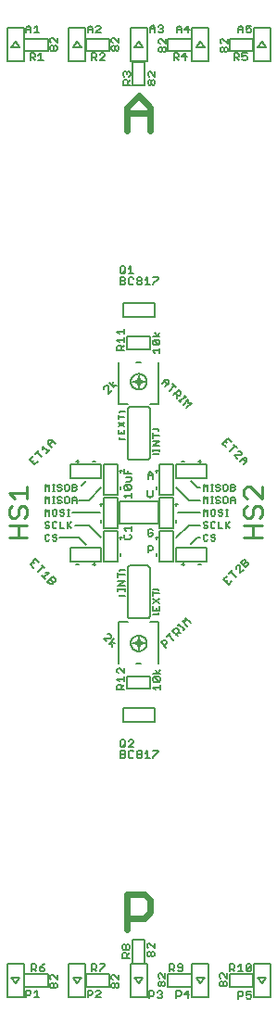
<source format=gto>
G75*
%MOIN*%
%OFA0B0*%
%FSLAX24Y24*%
%IPPOS*%
%LPD*%
%AMOC8*
5,1,8,0,0,1.08239X$1,22.5*
%
%ADD10C,0.0230*%
%ADD11C,0.0060*%
%ADD12C,0.0110*%
%ADD13C,0.0050*%
D10*
X004815Y003033D02*
X004815Y004304D01*
X005451Y004304D01*
X005663Y004093D01*
X005663Y003669D01*
X005451Y003457D01*
X004815Y003457D01*
X004815Y031773D02*
X004815Y032621D01*
X005239Y033045D01*
X005663Y032621D01*
X005663Y031773D01*
X005663Y032409D02*
X004815Y032409D01*
D11*
X004856Y033424D02*
X004856Y033554D01*
X004812Y033597D01*
X004726Y033597D01*
X004682Y033554D01*
X004682Y033424D01*
X004943Y033424D01*
X004856Y033511D02*
X004943Y033597D01*
X004899Y033719D02*
X004943Y033762D01*
X004943Y033849D01*
X004899Y033892D01*
X004856Y033892D01*
X004812Y033849D01*
X004812Y033805D01*
X004812Y033849D02*
X004769Y033892D01*
X004726Y033892D01*
X004682Y033849D01*
X004682Y033762D01*
X004726Y033719D01*
X004481Y034653D02*
X004437Y034653D01*
X004394Y034696D01*
X004394Y034783D01*
X004437Y034827D01*
X004481Y034827D01*
X004524Y034783D01*
X004524Y034696D01*
X004481Y034653D01*
X004394Y034696D02*
X004351Y034653D01*
X004307Y034653D01*
X004264Y034696D01*
X004264Y034783D01*
X004307Y034827D01*
X004351Y034827D01*
X004394Y034783D01*
X004307Y034948D02*
X004264Y034991D01*
X004264Y035078D01*
X004307Y035121D01*
X004351Y035121D01*
X004524Y034948D01*
X004524Y035121D01*
X003975Y034569D02*
X004019Y034525D01*
X004019Y034482D01*
X003845Y034309D01*
X004019Y034309D01*
X003975Y034569D02*
X003889Y034569D01*
X003845Y034525D01*
X003724Y034525D02*
X003724Y034439D01*
X003681Y034395D01*
X003551Y034395D01*
X003637Y034395D02*
X003724Y034309D01*
X003724Y034525D02*
X003681Y034569D01*
X003551Y034569D01*
X003551Y034309D01*
X003577Y035293D02*
X003577Y035466D01*
X003490Y035553D01*
X003403Y035466D01*
X003403Y035293D01*
X003403Y035423D02*
X003577Y035423D01*
X003698Y035510D02*
X003741Y035553D01*
X003828Y035553D01*
X003871Y035510D01*
X003871Y035466D01*
X003698Y035293D01*
X003871Y035293D01*
X002310Y035121D02*
X002310Y034948D01*
X002136Y035121D01*
X002093Y035121D01*
X002049Y035078D01*
X002049Y034991D01*
X002093Y034948D01*
X002093Y034827D02*
X002136Y034827D01*
X002179Y034783D01*
X002179Y034696D01*
X002136Y034653D01*
X002093Y034653D01*
X002049Y034696D01*
X002049Y034783D01*
X002093Y034827D01*
X002179Y034783D02*
X002223Y034827D01*
X002266Y034827D01*
X002310Y034783D01*
X002310Y034696D01*
X002266Y034653D01*
X002223Y034653D01*
X002179Y034696D01*
X001804Y034309D02*
X001631Y034309D01*
X001717Y034309D02*
X001717Y034569D01*
X001631Y034482D01*
X001510Y034439D02*
X001466Y034395D01*
X001336Y034395D01*
X001336Y034309D02*
X001336Y034569D01*
X001466Y034569D01*
X001510Y034525D01*
X001510Y034439D01*
X001423Y034395D02*
X001510Y034309D01*
X001483Y035293D02*
X001657Y035293D01*
X001570Y035293D02*
X001570Y035553D01*
X001483Y035466D01*
X001362Y035466D02*
X001362Y035293D01*
X001362Y035423D02*
X001188Y035423D01*
X001188Y035466D02*
X001275Y035553D01*
X001362Y035466D01*
X001188Y035466D02*
X001188Y035293D01*
X004461Y024552D02*
X004721Y024552D01*
X004721Y024638D02*
X004721Y024465D01*
X004721Y024344D02*
X004721Y024170D01*
X004721Y024257D02*
X004461Y024257D01*
X004548Y024170D01*
X004591Y024049D02*
X004634Y024006D01*
X004634Y023875D01*
X004721Y023875D02*
X004461Y023875D01*
X004461Y024006D01*
X004504Y024049D01*
X004591Y024049D01*
X004634Y023962D02*
X004721Y024049D01*
X004548Y024465D02*
X004461Y024552D01*
X004683Y025062D02*
X004683Y025582D01*
X005803Y025582D01*
X005803Y025062D01*
X004683Y025062D01*
X004714Y026238D02*
X004584Y026238D01*
X004584Y026498D01*
X004714Y026498D01*
X004758Y026455D01*
X004758Y026411D01*
X004714Y026368D01*
X004584Y026368D01*
X004714Y026368D02*
X004758Y026324D01*
X004758Y026281D01*
X004714Y026238D01*
X004714Y026631D02*
X004628Y026631D01*
X004584Y026675D01*
X004584Y026848D01*
X004628Y026892D01*
X004714Y026892D01*
X004758Y026848D01*
X004758Y026675D01*
X004714Y026631D01*
X004758Y026631D02*
X004671Y026718D01*
X004879Y026631D02*
X005052Y026631D01*
X004966Y026631D02*
X004966Y026892D01*
X004879Y026805D01*
X004922Y026498D02*
X004879Y026455D01*
X004879Y026281D01*
X004922Y026238D01*
X005009Y026238D01*
X005052Y026281D01*
X005052Y026455D02*
X005009Y026498D01*
X004922Y026498D01*
X005173Y026455D02*
X005173Y026411D01*
X005217Y026368D01*
X005304Y026368D01*
X005347Y026324D01*
X005347Y026281D01*
X005304Y026238D01*
X005217Y026238D01*
X005173Y026281D01*
X005173Y026324D01*
X005217Y026368D01*
X005304Y026368D02*
X005347Y026411D01*
X005347Y026455D01*
X005304Y026498D01*
X005217Y026498D01*
X005173Y026455D01*
X005468Y026411D02*
X005555Y026498D01*
X005555Y026238D01*
X005468Y026238D02*
X005642Y026238D01*
X005763Y026238D02*
X005763Y026281D01*
X005936Y026455D01*
X005936Y026498D01*
X005763Y026498D01*
X005827Y024496D02*
X005914Y024366D01*
X006001Y024496D01*
X006001Y024366D02*
X005740Y024366D01*
X005784Y024245D02*
X005957Y024072D01*
X006001Y024115D01*
X006001Y024202D01*
X005957Y024245D01*
X005784Y024245D01*
X005740Y024202D01*
X005740Y024115D01*
X005784Y024072D01*
X005957Y024072D01*
X006001Y023951D02*
X006001Y023777D01*
X006001Y023864D02*
X005740Y023864D01*
X005827Y023777D01*
X005952Y023452D02*
X005952Y021956D01*
X005637Y021956D01*
X005543Y021843D02*
X004943Y021843D01*
X004926Y021841D01*
X004909Y021837D01*
X004893Y021830D01*
X004879Y021820D01*
X004866Y021807D01*
X004856Y021793D01*
X004849Y021777D01*
X004845Y021760D01*
X004843Y021743D01*
X004843Y020043D01*
X004845Y020026D01*
X004849Y020009D01*
X004856Y019993D01*
X004866Y019979D01*
X004879Y019966D01*
X004893Y019956D01*
X004909Y019949D01*
X004926Y019945D01*
X004943Y019943D01*
X005543Y019943D01*
X005560Y019945D01*
X005577Y019949D01*
X005593Y019956D01*
X005607Y019966D01*
X005620Y019979D01*
X005630Y019993D01*
X005637Y020009D01*
X005641Y020026D01*
X005643Y020043D01*
X005643Y021743D01*
X005641Y021760D01*
X005637Y021777D01*
X005630Y021793D01*
X005620Y021807D01*
X005607Y021820D01*
X005593Y021830D01*
X005577Y021837D01*
X005560Y021841D01*
X005543Y021843D01*
X005243Y022507D02*
X005282Y022704D01*
X005479Y022743D01*
X005282Y022782D01*
X005243Y022979D01*
X005204Y022782D01*
X005007Y022743D01*
X005204Y022704D01*
X005243Y022507D01*
X004959Y022743D02*
X004961Y022777D01*
X004967Y022810D01*
X004977Y022842D01*
X004990Y022873D01*
X005007Y022902D01*
X005028Y022928D01*
X005051Y022953D01*
X005077Y022974D01*
X005106Y022992D01*
X005136Y023006D01*
X005168Y023017D01*
X005201Y023024D01*
X005235Y023027D01*
X005268Y023026D01*
X005301Y023021D01*
X005334Y023012D01*
X005365Y022999D01*
X005395Y022983D01*
X005422Y022964D01*
X005447Y022941D01*
X005469Y022915D01*
X005488Y022887D01*
X005503Y022857D01*
X005515Y022826D01*
X005523Y022793D01*
X005527Y022760D01*
X005527Y022726D01*
X005523Y022693D01*
X005515Y022660D01*
X005503Y022629D01*
X005488Y022599D01*
X005469Y022571D01*
X005447Y022545D01*
X005422Y022522D01*
X005395Y022503D01*
X005365Y022487D01*
X005334Y022474D01*
X005301Y022465D01*
X005268Y022460D01*
X005235Y022459D01*
X005201Y022462D01*
X005168Y022469D01*
X005136Y022480D01*
X005106Y022494D01*
X005077Y022512D01*
X005051Y022533D01*
X005028Y022558D01*
X005007Y022584D01*
X004990Y022613D01*
X004977Y022644D01*
X004967Y022676D01*
X004961Y022709D01*
X004959Y022743D01*
X005164Y023452D02*
X005322Y023452D01*
X004849Y021956D02*
X004534Y021956D01*
X004534Y023452D01*
X004329Y022748D02*
X004298Y022594D01*
X004452Y022625D01*
X004360Y022533D02*
X004176Y022717D01*
X004121Y022601D02*
X004059Y022601D01*
X003998Y022539D01*
X003998Y022478D01*
X004121Y022601D02*
X004151Y022570D01*
X004151Y022325D01*
X004274Y022447D01*
X004543Y021688D02*
X004543Y021638D01*
X004543Y021688D02*
X004743Y021688D01*
X004733Y021475D02*
X004503Y021475D01*
X004503Y021398D02*
X004503Y021552D01*
X004503Y021285D02*
X004733Y021131D01*
X004733Y021018D02*
X004733Y020864D01*
X004503Y020864D01*
X004503Y021018D01*
X004503Y021131D02*
X004733Y021285D01*
X004618Y020941D02*
X004618Y020864D01*
X004543Y020738D02*
X004543Y020688D01*
X004743Y020688D01*
X004493Y019788D02*
X003993Y019788D01*
X003993Y018688D01*
X004493Y018688D01*
X004493Y019788D01*
X004593Y019588D02*
X004593Y019488D01*
X004643Y019538D02*
X004543Y019538D01*
X004708Y019618D02*
X004708Y019444D01*
X004968Y019444D01*
X004968Y019323D02*
X004794Y019323D01*
X004838Y019444D02*
X004838Y019531D01*
X004968Y019193D02*
X004924Y019150D01*
X004794Y019150D01*
X004751Y019029D02*
X004708Y018985D01*
X004708Y018899D01*
X004751Y018855D01*
X004924Y018855D01*
X004751Y019029D01*
X004924Y019029D01*
X004968Y018985D01*
X004968Y018899D01*
X004924Y018855D01*
X004968Y018734D02*
X004968Y018561D01*
X004968Y018647D02*
X004708Y018647D01*
X004794Y018561D01*
X004593Y018888D02*
X004593Y018988D01*
X004493Y018588D02*
X003993Y018588D01*
X003993Y017488D01*
X004493Y017488D01*
X004493Y018588D01*
X004708Y017466D02*
X004968Y017466D01*
X004968Y017552D02*
X004968Y017379D01*
X004924Y017258D02*
X004968Y017214D01*
X004968Y017128D01*
X004924Y017084D01*
X004751Y017084D01*
X004708Y017128D01*
X004708Y017214D01*
X004751Y017258D01*
X004794Y017379D02*
X004708Y017466D01*
X004593Y017188D02*
X004593Y017088D01*
X004643Y017138D02*
X004543Y017138D01*
X004493Y017388D02*
X003993Y017388D01*
X003993Y016288D01*
X004493Y016288D01*
X004493Y017388D01*
X004593Y016588D02*
X004593Y016488D01*
X004543Y015988D02*
X004743Y015988D01*
X004843Y016034D02*
X004843Y014334D01*
X004845Y014317D01*
X004849Y014300D01*
X004856Y014284D01*
X004866Y014270D01*
X004879Y014257D01*
X004893Y014247D01*
X004909Y014240D01*
X004926Y014236D01*
X004943Y014234D01*
X005543Y014234D01*
X005560Y014236D01*
X005577Y014240D01*
X005593Y014247D01*
X005607Y014257D01*
X005620Y014270D01*
X005630Y014284D01*
X005637Y014300D01*
X005641Y014317D01*
X005643Y014334D01*
X005643Y016034D01*
X005641Y016051D01*
X005637Y016068D01*
X005630Y016084D01*
X005620Y016098D01*
X005607Y016111D01*
X005593Y016121D01*
X005577Y016128D01*
X005560Y016132D01*
X005543Y016134D01*
X004943Y016134D01*
X004926Y016132D01*
X004909Y016128D01*
X004893Y016121D01*
X004879Y016111D01*
X004866Y016098D01*
X004856Y016084D01*
X004849Y016068D01*
X004845Y016051D01*
X004843Y016034D01*
X004748Y015799D02*
X004488Y015799D01*
X004488Y015713D02*
X004488Y015886D01*
X004543Y015938D02*
X004543Y015988D01*
X004488Y015591D02*
X004748Y015591D01*
X004488Y015418D01*
X004748Y015418D01*
X004748Y015308D02*
X004748Y015222D01*
X004748Y015265D02*
X004488Y015265D01*
X004488Y015222D02*
X004488Y015308D01*
X004543Y015088D02*
X004543Y015038D01*
X004743Y015038D01*
X004849Y014121D02*
X004534Y014121D01*
X004534Y012625D01*
X004548Y012434D02*
X004504Y012434D01*
X004461Y012390D01*
X004461Y012303D01*
X004504Y012260D01*
X004548Y012434D02*
X004721Y012260D01*
X004721Y012434D01*
X004721Y012139D02*
X004721Y011965D01*
X004721Y012052D02*
X004461Y012052D01*
X004548Y011965D01*
X004504Y011844D02*
X004591Y011844D01*
X004634Y011801D01*
X004634Y011671D01*
X004634Y011757D02*
X004721Y011844D01*
X004721Y011671D02*
X004461Y011671D01*
X004461Y011801D01*
X004504Y011844D01*
X004683Y011015D02*
X005803Y011015D01*
X005803Y010495D01*
X004683Y010495D01*
X004683Y011015D01*
X004714Y009864D02*
X004628Y009864D01*
X004584Y009821D01*
X004584Y009647D01*
X004628Y009604D01*
X004714Y009604D01*
X004758Y009647D01*
X004758Y009821D01*
X004714Y009864D01*
X004671Y009691D02*
X004758Y009604D01*
X004879Y009604D02*
X005052Y009777D01*
X005052Y009821D01*
X005009Y009864D01*
X004922Y009864D01*
X004879Y009821D01*
X004879Y009604D02*
X005052Y009604D01*
X005009Y009470D02*
X004922Y009470D01*
X004879Y009427D01*
X004879Y009253D01*
X004922Y009210D01*
X005009Y009210D01*
X005052Y009253D01*
X005052Y009427D02*
X005009Y009470D01*
X005173Y009427D02*
X005173Y009384D01*
X005217Y009340D01*
X005304Y009340D01*
X005347Y009297D01*
X005347Y009253D01*
X005304Y009210D01*
X005217Y009210D01*
X005173Y009253D01*
X005173Y009297D01*
X005217Y009340D01*
X005304Y009340D02*
X005347Y009384D01*
X005347Y009427D01*
X005304Y009470D01*
X005217Y009470D01*
X005173Y009427D01*
X005468Y009384D02*
X005555Y009470D01*
X005555Y009210D01*
X005468Y009210D02*
X005642Y009210D01*
X005763Y009210D02*
X005763Y009253D01*
X005936Y009427D01*
X005936Y009470D01*
X005763Y009470D01*
X005838Y011663D02*
X005751Y011750D01*
X006012Y011750D01*
X006012Y011836D02*
X006012Y011663D01*
X005968Y011958D02*
X005795Y012131D01*
X005968Y012131D01*
X006012Y012088D01*
X006012Y012001D01*
X005968Y011958D01*
X005795Y011958D01*
X005751Y012001D01*
X005751Y012088D01*
X005795Y012131D01*
X005751Y012252D02*
X006012Y012252D01*
X005925Y012252D02*
X006012Y012382D01*
X005925Y012252D02*
X005838Y012382D01*
X005952Y012625D02*
X005952Y014121D01*
X005637Y014121D01*
X005743Y014388D02*
X005943Y014388D01*
X005943Y014438D01*
X005983Y014522D02*
X005983Y014675D01*
X005983Y014789D02*
X005753Y014942D01*
X005753Y015056D02*
X005753Y015209D01*
X005753Y015132D02*
X005983Y015132D01*
X005943Y015238D02*
X005943Y015288D01*
X005743Y015288D01*
X005983Y014942D02*
X005753Y014789D01*
X005753Y014675D02*
X005753Y014522D01*
X005983Y014522D01*
X005868Y014522D02*
X005868Y014598D01*
X006134Y013456D02*
X006042Y013364D01*
X006226Y013180D01*
X006164Y013242D02*
X006256Y013334D01*
X006256Y013395D01*
X006195Y013456D01*
X006134Y013456D01*
X006250Y013573D02*
X006373Y013695D01*
X006311Y013634D02*
X006495Y013450D01*
X006643Y013597D02*
X006458Y013781D01*
X006550Y013873D01*
X006612Y013873D01*
X006673Y013812D01*
X006673Y013750D01*
X006581Y013658D01*
X006643Y013720D02*
X006765Y013720D01*
X006851Y013805D02*
X006912Y013867D01*
X006882Y013836D02*
X006698Y014020D01*
X006667Y013989D02*
X006728Y014051D01*
X006806Y014128D02*
X006928Y014128D01*
X006928Y014251D01*
X007112Y014067D01*
X006990Y013944D02*
X006806Y014128D01*
X006843Y016138D02*
X006843Y016238D01*
X006893Y016188D02*
X006793Y016188D01*
X006593Y016288D02*
X006593Y016788D01*
X007693Y016788D01*
X007693Y016288D01*
X006593Y016288D01*
X006493Y016288D02*
X005993Y016288D01*
X005993Y017388D01*
X006493Y017388D01*
X006493Y016288D01*
X006593Y017138D02*
X007043Y017588D01*
X007443Y017588D01*
X007573Y017627D02*
X007611Y017588D01*
X007688Y017588D01*
X007727Y017550D01*
X007727Y017512D01*
X007688Y017473D01*
X007611Y017473D01*
X007573Y017512D01*
X007573Y017627D02*
X007573Y017665D01*
X007611Y017704D01*
X007688Y017704D01*
X007727Y017665D01*
X007840Y017665D02*
X007879Y017704D01*
X007955Y017704D01*
X007994Y017665D01*
X008107Y017704D02*
X008107Y017473D01*
X008261Y017473D01*
X008374Y017473D02*
X008374Y017704D01*
X008413Y017588D02*
X008528Y017473D01*
X008374Y017550D02*
X008528Y017704D01*
X008451Y017923D02*
X008374Y017923D01*
X008413Y017923D02*
X008413Y018154D01*
X008451Y018154D02*
X008374Y018154D01*
X008261Y018115D02*
X008222Y018154D01*
X008146Y018154D01*
X008107Y018115D01*
X008107Y018077D01*
X008146Y018038D01*
X008222Y018038D01*
X008261Y018000D01*
X008261Y017962D01*
X008222Y017923D01*
X008146Y017923D01*
X008107Y017962D01*
X007994Y017962D02*
X007994Y018115D01*
X007955Y018154D01*
X007879Y018154D01*
X007840Y018115D01*
X007840Y017962D01*
X007879Y017923D01*
X007955Y017923D01*
X007994Y017962D01*
X007840Y017665D02*
X007840Y017512D01*
X007879Y017473D01*
X007955Y017473D01*
X007994Y017512D01*
X007955Y017254D02*
X007879Y017254D01*
X007840Y017215D01*
X007840Y017177D01*
X007879Y017138D01*
X007955Y017138D01*
X007994Y017100D01*
X007994Y017062D01*
X007955Y017023D01*
X007879Y017023D01*
X007840Y017062D01*
X007727Y017062D02*
X007688Y017023D01*
X007611Y017023D01*
X007573Y017062D01*
X007573Y017215D01*
X007611Y017254D01*
X007688Y017254D01*
X007727Y017215D01*
X007955Y017254D02*
X007994Y017215D01*
X007727Y017923D02*
X007727Y018154D01*
X007650Y018077D01*
X007573Y018154D01*
X007573Y017923D01*
X007443Y018038D02*
X006643Y018038D01*
X006593Y017788D02*
X006593Y017688D01*
X006493Y017488D02*
X006493Y018588D01*
X005993Y018588D01*
X005993Y017488D01*
X006493Y017488D01*
X006593Y018288D02*
X006593Y018388D01*
X006543Y018338D02*
X006643Y018338D01*
X006493Y018688D02*
X006493Y019788D01*
X005993Y019788D01*
X005993Y018688D01*
X006493Y018688D01*
X006593Y018938D02*
X007043Y018488D01*
X007443Y018488D01*
X007573Y018373D02*
X007573Y018604D01*
X007650Y018527D01*
X007727Y018604D01*
X007727Y018373D01*
X007840Y018373D02*
X007917Y018373D01*
X007879Y018373D02*
X007879Y018604D01*
X007917Y018604D02*
X007840Y018604D01*
X007840Y018823D02*
X007917Y018823D01*
X007879Y018823D02*
X007879Y019054D01*
X007917Y019054D02*
X007840Y019054D01*
X007727Y019054D02*
X007727Y018823D01*
X007650Y018977D02*
X007727Y019054D01*
X007650Y018977D02*
X007573Y019054D01*
X007573Y018823D01*
X007443Y018938D02*
X007343Y018938D01*
X007113Y019170D01*
X006893Y019888D02*
X006793Y019888D01*
X006593Y019788D02*
X006593Y019288D01*
X007693Y019288D01*
X007693Y019788D01*
X006593Y019788D01*
X005943Y019538D02*
X005843Y019538D01*
X005893Y019488D02*
X005893Y019588D01*
X005742Y019423D02*
X005742Y019249D01*
X005742Y019380D02*
X005568Y019380D01*
X005568Y019423D02*
X005655Y019510D01*
X005742Y019423D01*
X005893Y018988D02*
X005893Y018888D01*
X005736Y018827D02*
X005736Y018654D01*
X005649Y018567D01*
X005562Y018654D01*
X005562Y018827D01*
X005568Y019249D02*
X005568Y019423D01*
X005743Y020138D02*
X005943Y020138D01*
X005943Y020188D01*
X005998Y020229D02*
X005998Y020316D01*
X005998Y020273D02*
X005738Y020273D01*
X005738Y020316D02*
X005738Y020229D01*
X005738Y020426D02*
X005998Y020599D01*
X005738Y020599D01*
X005738Y020721D02*
X005738Y020894D01*
X005738Y020807D02*
X005998Y020807D01*
X005943Y020988D02*
X005943Y021038D01*
X005743Y021038D01*
X005738Y020426D02*
X005998Y020426D01*
X006489Y022270D02*
X006673Y022454D01*
X006765Y022362D01*
X006765Y022301D01*
X006704Y022240D01*
X006643Y022240D01*
X006551Y022332D01*
X006612Y022270D02*
X006612Y022148D01*
X006698Y022062D02*
X006759Y022001D01*
X006728Y022031D02*
X006912Y022215D01*
X006882Y022246D02*
X006943Y022185D01*
X007020Y022107D02*
X006836Y021923D01*
X006959Y021800D02*
X007143Y021984D01*
X007020Y021984D01*
X007020Y022107D01*
X006588Y022540D02*
X006465Y022663D01*
X006526Y022601D02*
X006342Y022417D01*
X006195Y022564D02*
X006318Y022687D01*
X006318Y022810D01*
X006195Y022810D01*
X006072Y022687D01*
X006164Y022779D02*
X006287Y022656D01*
X007443Y019938D02*
X007443Y019838D01*
X007493Y019888D02*
X007393Y019888D01*
X008057Y019054D02*
X008018Y019015D01*
X008018Y018977D01*
X008057Y018938D01*
X008133Y018938D01*
X008172Y018900D01*
X008172Y018862D01*
X008133Y018823D01*
X008057Y018823D01*
X008018Y018862D01*
X008057Y019054D02*
X008133Y019054D01*
X008172Y019015D01*
X008285Y019015D02*
X008285Y018862D01*
X008324Y018823D01*
X008400Y018823D01*
X008439Y018862D01*
X008439Y019015D01*
X008400Y019054D01*
X008324Y019054D01*
X008285Y019015D01*
X008324Y018604D02*
X008285Y018565D01*
X008285Y018412D01*
X008324Y018373D01*
X008400Y018373D01*
X008439Y018412D01*
X008439Y018565D01*
X008400Y018604D01*
X008324Y018604D01*
X008172Y018565D02*
X008133Y018604D01*
X008057Y018604D01*
X008018Y018565D01*
X008018Y018527D01*
X008057Y018488D01*
X008133Y018488D01*
X008172Y018450D01*
X008172Y018412D01*
X008133Y018373D01*
X008057Y018373D01*
X008018Y018412D01*
X008552Y018373D02*
X008552Y018527D01*
X008629Y018604D01*
X008706Y018527D01*
X008706Y018373D01*
X008706Y018488D02*
X008552Y018488D01*
X008552Y018823D02*
X008667Y018823D01*
X008706Y018862D01*
X008706Y018900D01*
X008667Y018938D01*
X008552Y018938D01*
X008552Y018823D02*
X008552Y019054D01*
X008667Y019054D01*
X008706Y019015D01*
X008706Y018977D01*
X008667Y018938D01*
X009009Y019768D02*
X009132Y019891D01*
X009132Y020013D01*
X009009Y020013D01*
X008886Y019891D01*
X008801Y019976D02*
X008678Y020099D01*
X008923Y020099D01*
X008954Y020130D01*
X008954Y020191D01*
X008893Y020252D01*
X008831Y020252D01*
X008776Y020369D02*
X008654Y020491D01*
X008715Y020430D02*
X008531Y020246D01*
X008384Y020393D02*
X008261Y020516D01*
X008445Y020700D01*
X008568Y020577D01*
X008415Y020546D02*
X008353Y020608D01*
X008978Y019983D02*
X009101Y019860D01*
X009069Y016347D02*
X009008Y016347D01*
X008916Y016255D01*
X009100Y016071D01*
X009192Y016163D01*
X009192Y016225D01*
X009161Y016255D01*
X009100Y016255D01*
X009008Y016163D01*
X008891Y016108D02*
X008891Y015863D01*
X009014Y015986D01*
X008891Y016108D02*
X008861Y016139D01*
X008799Y016139D01*
X008738Y016078D01*
X008738Y016016D01*
X008622Y015961D02*
X008499Y015839D01*
X008560Y015900D02*
X008744Y015716D01*
X008597Y015569D02*
X008475Y015446D01*
X008291Y015630D01*
X008413Y015753D01*
X008444Y015600D02*
X008383Y015538D01*
X009100Y016255D02*
X009100Y016317D01*
X009069Y016347D01*
X007493Y016188D02*
X007393Y016188D01*
X007113Y016906D02*
X007343Y017138D01*
X007443Y017138D01*
X005943Y017138D02*
X005843Y017138D01*
X005893Y017088D02*
X005893Y017188D01*
X005742Y017226D02*
X005742Y017313D01*
X005655Y017313D01*
X005568Y017399D02*
X005568Y017226D01*
X005612Y017183D01*
X005698Y017183D01*
X005742Y017226D01*
X005742Y017399D02*
X005698Y017443D01*
X005612Y017443D01*
X005568Y017399D01*
X005568Y016852D02*
X005698Y016852D01*
X005742Y016809D01*
X005742Y016722D01*
X005698Y016679D01*
X005568Y016679D01*
X005568Y016592D02*
X005568Y016852D01*
X005893Y016588D02*
X005893Y016488D01*
X004968Y019193D02*
X004968Y019323D01*
X003943Y018338D02*
X003843Y018338D01*
X003893Y018288D02*
X003893Y018388D01*
X003843Y018038D02*
X002843Y018038D01*
X002751Y017923D02*
X002674Y017923D01*
X002713Y017923D02*
X002713Y018154D01*
X002751Y018154D02*
X002674Y018154D01*
X002561Y018115D02*
X002522Y018154D01*
X002446Y018154D01*
X002407Y018115D01*
X002407Y018077D01*
X002446Y018038D01*
X002522Y018038D01*
X002561Y018000D01*
X002561Y017962D01*
X002522Y017923D01*
X002446Y017923D01*
X002407Y017962D01*
X002294Y017962D02*
X002294Y018115D01*
X002255Y018154D01*
X002179Y018154D01*
X002140Y018115D01*
X002140Y017962D01*
X002179Y017923D01*
X002255Y017923D01*
X002294Y017962D01*
X002255Y017704D02*
X002179Y017704D01*
X002140Y017665D01*
X002140Y017512D01*
X002179Y017473D01*
X002255Y017473D01*
X002294Y017512D01*
X002407Y017473D02*
X002407Y017704D01*
X002294Y017665D02*
X002255Y017704D01*
X002407Y017473D02*
X002561Y017473D01*
X002674Y017473D02*
X002674Y017704D01*
X002713Y017588D02*
X002828Y017473D01*
X002943Y017588D02*
X003443Y017588D01*
X003893Y017138D01*
X003893Y016788D02*
X003893Y016288D01*
X002793Y016288D01*
X002793Y016788D01*
X003893Y016788D01*
X003643Y016238D02*
X003643Y016138D01*
X003593Y016188D02*
X003693Y016188D01*
X003343Y016888D02*
X003094Y017138D01*
X002393Y017138D01*
X002294Y017100D02*
X002294Y017062D01*
X002255Y017023D01*
X002179Y017023D01*
X002140Y017062D01*
X002179Y017138D02*
X002255Y017138D01*
X002294Y017100D01*
X002294Y017215D02*
X002255Y017254D01*
X002179Y017254D01*
X002140Y017215D01*
X002140Y017177D01*
X002179Y017138D01*
X002027Y017062D02*
X001988Y017023D01*
X001911Y017023D01*
X001873Y017062D01*
X001873Y017215D01*
X001911Y017254D01*
X001988Y017254D01*
X002027Y017215D01*
X001988Y017473D02*
X001911Y017473D01*
X001873Y017512D01*
X001911Y017588D02*
X001873Y017627D01*
X001873Y017665D01*
X001911Y017704D01*
X001988Y017704D01*
X002027Y017665D01*
X001988Y017588D02*
X002027Y017550D01*
X002027Y017512D01*
X001988Y017473D01*
X001988Y017588D02*
X001911Y017588D01*
X001873Y017923D02*
X001873Y018154D01*
X001950Y018077D01*
X002027Y018154D01*
X002027Y017923D01*
X002027Y018373D02*
X002027Y018604D01*
X001950Y018527D01*
X001873Y018604D01*
X001873Y018373D01*
X001873Y018823D02*
X001873Y019054D01*
X001950Y018977D01*
X002027Y019054D01*
X002027Y018823D01*
X002140Y018823D02*
X002217Y018823D01*
X002179Y018823D02*
X002179Y019054D01*
X002217Y019054D02*
X002140Y019054D01*
X002140Y018604D02*
X002217Y018604D01*
X002179Y018604D02*
X002179Y018373D01*
X002217Y018373D02*
X002140Y018373D01*
X002318Y018412D02*
X002357Y018373D01*
X002433Y018373D01*
X002472Y018412D01*
X002472Y018450D01*
X002433Y018488D01*
X002357Y018488D01*
X002318Y018527D01*
X002318Y018565D01*
X002357Y018604D01*
X002433Y018604D01*
X002472Y018565D01*
X002585Y018565D02*
X002585Y018412D01*
X002624Y018373D01*
X002700Y018373D01*
X002739Y018412D01*
X002739Y018565D01*
X002700Y018604D01*
X002624Y018604D01*
X002585Y018565D01*
X002624Y018823D02*
X002700Y018823D01*
X002739Y018862D01*
X002739Y019015D01*
X002700Y019054D01*
X002624Y019054D01*
X002585Y019015D01*
X002585Y018862D01*
X002624Y018823D01*
X002472Y018862D02*
X002433Y018823D01*
X002357Y018823D01*
X002318Y018862D01*
X002357Y018938D02*
X002433Y018938D01*
X002472Y018900D01*
X002472Y018862D01*
X002357Y018938D02*
X002318Y018977D01*
X002318Y019015D01*
X002357Y019054D01*
X002433Y019054D01*
X002472Y019015D01*
X002793Y019288D02*
X003893Y019288D01*
X003893Y019788D01*
X002793Y019788D01*
X002793Y019288D01*
X002852Y019054D02*
X002967Y019054D01*
X003006Y019015D01*
X003006Y018977D01*
X002967Y018938D01*
X002852Y018938D01*
X002852Y018823D02*
X002967Y018823D01*
X003006Y018862D01*
X003006Y018900D01*
X002967Y018938D01*
X002852Y018823D02*
X002852Y019054D01*
X002929Y018604D02*
X003006Y018527D01*
X003006Y018373D01*
X003006Y018488D02*
X002852Y018488D01*
X002852Y018527D02*
X002929Y018604D01*
X002852Y018527D02*
X002852Y018373D01*
X002828Y017704D02*
X002674Y017550D01*
X003093Y018488D02*
X003443Y018488D01*
X003893Y018938D01*
X003693Y019888D02*
X003593Y019888D01*
X003343Y019188D02*
X003176Y019023D01*
X003043Y019838D02*
X003043Y019938D01*
X002993Y019888D02*
X003093Y019888D01*
X003893Y017788D02*
X003893Y017688D01*
X003093Y016188D02*
X002993Y016188D01*
X002243Y015643D02*
X002243Y015582D01*
X002213Y015551D01*
X002151Y015551D01*
X002059Y015643D01*
X001967Y015551D02*
X002059Y015459D01*
X002121Y015459D01*
X002151Y015490D01*
X002151Y015551D01*
X002243Y015643D02*
X002151Y015735D01*
X001967Y015551D01*
X001882Y015637D02*
X001759Y015759D01*
X001820Y015698D02*
X002004Y015882D01*
X001882Y015882D01*
X001857Y016029D02*
X001735Y016152D01*
X001796Y016090D02*
X001612Y015906D01*
X001496Y016207D02*
X001434Y016268D01*
X001342Y016176D02*
X001465Y016054D01*
X001342Y016176D02*
X001526Y016360D01*
X001649Y016238D01*
X001497Y019762D02*
X001619Y019885D01*
X001497Y019762D02*
X001313Y019946D01*
X001435Y020069D01*
X001521Y020154D02*
X001644Y020277D01*
X001582Y020216D02*
X001766Y020032D01*
X001791Y020301D02*
X001791Y020424D01*
X001975Y020240D01*
X001913Y020179D02*
X002036Y020301D01*
X002122Y020387D02*
X001999Y020510D01*
X001999Y020632D01*
X002122Y020632D01*
X002244Y020510D01*
X002152Y020602D02*
X002030Y020479D01*
X001466Y019915D02*
X001405Y019854D01*
X003969Y013520D02*
X004215Y013520D01*
X004245Y013551D01*
X004245Y013612D01*
X004184Y013673D01*
X004123Y013673D01*
X003969Y013520D02*
X004092Y013397D01*
X004178Y013312D02*
X004362Y013496D01*
X004392Y013342D02*
X004239Y013373D01*
X004270Y013220D01*
X005007Y013334D02*
X005204Y013294D01*
X005243Y013097D01*
X005282Y013294D01*
X005479Y013334D01*
X005282Y013373D01*
X005243Y013570D01*
X005204Y013373D01*
X005007Y013334D01*
X004959Y013334D02*
X004961Y013368D01*
X004967Y013401D01*
X004977Y013433D01*
X004990Y013464D01*
X005007Y013493D01*
X005028Y013519D01*
X005051Y013544D01*
X005077Y013565D01*
X005106Y013583D01*
X005136Y013597D01*
X005168Y013608D01*
X005201Y013615D01*
X005235Y013618D01*
X005268Y013617D01*
X005301Y013612D01*
X005334Y013603D01*
X005365Y013590D01*
X005395Y013574D01*
X005422Y013555D01*
X005447Y013532D01*
X005469Y013506D01*
X005488Y013478D01*
X005503Y013448D01*
X005515Y013417D01*
X005523Y013384D01*
X005527Y013351D01*
X005527Y013317D01*
X005523Y013284D01*
X005515Y013251D01*
X005503Y013220D01*
X005488Y013190D01*
X005469Y013162D01*
X005447Y013136D01*
X005422Y013113D01*
X005395Y013094D01*
X005365Y013078D01*
X005334Y013065D01*
X005301Y013056D01*
X005268Y013051D01*
X005235Y013050D01*
X005201Y013053D01*
X005168Y013060D01*
X005136Y013071D01*
X005106Y013085D01*
X005077Y013103D01*
X005051Y013124D01*
X005028Y013149D01*
X005007Y013175D01*
X004990Y013204D01*
X004977Y013235D01*
X004967Y013267D01*
X004961Y013300D01*
X004959Y013334D01*
X005164Y012625D02*
X005322Y012625D01*
X004714Y009470D02*
X004584Y009470D01*
X004584Y009210D01*
X004714Y009210D01*
X004758Y009253D01*
X004758Y009297D01*
X004714Y009340D01*
X004584Y009340D01*
X004714Y009340D02*
X004758Y009384D01*
X004758Y009427D01*
X004714Y009470D01*
X005587Y002542D02*
X005543Y002499D01*
X005543Y002412D01*
X005587Y002369D01*
X005587Y002248D02*
X005630Y002248D01*
X005674Y002204D01*
X005674Y002118D01*
X005630Y002074D01*
X005587Y002074D01*
X005543Y002118D01*
X005543Y002204D01*
X005587Y002248D01*
X005674Y002204D02*
X005717Y002248D01*
X005760Y002248D01*
X005804Y002204D01*
X005804Y002118D01*
X005760Y002074D01*
X005717Y002074D01*
X005674Y002118D01*
X005804Y002369D02*
X005630Y002542D01*
X005587Y002542D01*
X005804Y002542D02*
X005804Y002369D01*
X005981Y001460D02*
X005937Y001416D01*
X005937Y001330D01*
X005981Y001286D01*
X005981Y001165D02*
X006024Y001165D01*
X006067Y001122D01*
X006067Y001035D01*
X006024Y000992D01*
X005981Y000992D01*
X005937Y001035D01*
X005937Y001122D01*
X005981Y001165D01*
X006067Y001122D02*
X006111Y001165D01*
X006154Y001165D01*
X006197Y001122D01*
X006197Y001035D01*
X006154Y000992D01*
X006111Y000992D01*
X006067Y001035D01*
X006049Y000831D02*
X006093Y000788D01*
X006093Y000744D01*
X006049Y000701D01*
X006093Y000657D01*
X006093Y000614D01*
X006049Y000571D01*
X005963Y000571D01*
X005919Y000614D01*
X006006Y000701D02*
X006049Y000701D01*
X006049Y000831D02*
X005963Y000831D01*
X005919Y000788D01*
X005798Y000788D02*
X005798Y000701D01*
X005755Y000657D01*
X005625Y000657D01*
X005625Y000571D02*
X005625Y000831D01*
X005755Y000831D01*
X005798Y000788D01*
X006197Y001286D02*
X006024Y001460D01*
X005981Y001460D01*
X006197Y001460D02*
X006197Y001286D01*
X006356Y001533D02*
X006356Y001793D01*
X006486Y001793D01*
X006529Y001750D01*
X006529Y001663D01*
X006486Y001620D01*
X006356Y001620D01*
X006443Y001620D02*
X006529Y001533D01*
X006650Y001576D02*
X006694Y001533D01*
X006781Y001533D01*
X006824Y001576D01*
X006824Y001750D01*
X006781Y001793D01*
X006694Y001793D01*
X006650Y001750D01*
X006650Y001706D01*
X006694Y001663D01*
X006824Y001663D01*
X006724Y000831D02*
X006594Y000831D01*
X006594Y000571D01*
X006594Y000657D02*
X006724Y000657D01*
X006768Y000701D01*
X006768Y000788D01*
X006724Y000831D01*
X006889Y000701D02*
X007063Y000701D01*
X007019Y000831D02*
X006889Y000701D01*
X007019Y000571D02*
X007019Y000831D01*
X008152Y001035D02*
X008152Y001122D01*
X008195Y001165D01*
X008238Y001165D01*
X008282Y001122D01*
X008282Y001035D01*
X008238Y000992D01*
X008195Y000992D01*
X008152Y001035D01*
X008282Y001035D02*
X008325Y000992D01*
X008369Y000992D01*
X008412Y001035D01*
X008412Y001122D01*
X008369Y001165D01*
X008325Y001165D01*
X008282Y001122D01*
X008195Y001286D02*
X008152Y001330D01*
X008152Y001416D01*
X008195Y001460D01*
X008238Y001460D01*
X008412Y001286D01*
X008412Y001460D01*
X008521Y001533D02*
X008521Y001793D01*
X008651Y001793D01*
X008695Y001750D01*
X008695Y001663D01*
X008651Y001620D01*
X008521Y001620D01*
X008608Y001620D02*
X008695Y001533D01*
X008816Y001533D02*
X008989Y001533D01*
X008903Y001533D02*
X008903Y001793D01*
X008816Y001706D01*
X008816Y000809D02*
X008947Y000809D01*
X008990Y000766D01*
X008990Y000679D01*
X008947Y000635D01*
X008816Y000635D01*
X008816Y000549D02*
X008816Y000809D01*
X009111Y000809D02*
X009111Y000679D01*
X009198Y000722D01*
X009241Y000722D01*
X009285Y000679D01*
X009285Y000592D01*
X009241Y000549D01*
X009154Y000549D01*
X009111Y000592D01*
X009111Y000809D02*
X009285Y000809D01*
X009241Y001533D02*
X009154Y001533D01*
X009110Y001576D01*
X009284Y001750D01*
X009284Y001576D01*
X009241Y001533D01*
X009110Y001576D02*
X009110Y001750D01*
X009154Y001793D01*
X009241Y001793D01*
X009284Y001750D01*
X004918Y002025D02*
X004658Y002025D01*
X004658Y002155D01*
X004701Y002199D01*
X004788Y002199D01*
X004831Y002155D01*
X004831Y002025D01*
X004831Y002112D02*
X004918Y002199D01*
X004874Y002320D02*
X004831Y002320D01*
X004788Y002363D01*
X004788Y002450D01*
X004831Y002493D01*
X004874Y002493D01*
X004918Y002450D01*
X004918Y002363D01*
X004874Y002320D01*
X004788Y002363D02*
X004744Y002320D01*
X004701Y002320D01*
X004658Y002363D01*
X004658Y002450D01*
X004701Y002493D01*
X004744Y002493D01*
X004788Y002450D01*
X004524Y001411D02*
X004524Y001237D01*
X004351Y001411D01*
X004307Y001411D01*
X004264Y001367D01*
X004264Y001280D01*
X004307Y001237D01*
X004307Y001116D02*
X004351Y001116D01*
X004394Y001073D01*
X004394Y000986D01*
X004351Y000942D01*
X004307Y000942D01*
X004264Y000986D01*
X004264Y001073D01*
X004307Y001116D01*
X004394Y001073D02*
X004437Y001116D01*
X004481Y001116D01*
X004524Y001073D01*
X004524Y000986D01*
X004481Y000942D01*
X004437Y000942D01*
X004394Y000986D01*
X003845Y001576D02*
X004019Y001750D01*
X004019Y001793D01*
X003845Y001793D01*
X003724Y001750D02*
X003724Y001663D01*
X003681Y001620D01*
X003551Y001620D01*
X003637Y001620D02*
X003724Y001533D01*
X003845Y001533D02*
X003845Y001576D01*
X003724Y001750D02*
X003681Y001793D01*
X003551Y001793D01*
X003551Y001533D01*
X003533Y000858D02*
X003403Y000858D01*
X003403Y000598D01*
X003403Y000685D02*
X003533Y000685D01*
X003577Y000728D01*
X003577Y000815D01*
X003533Y000858D01*
X003698Y000815D02*
X003741Y000858D01*
X003828Y000858D01*
X003871Y000815D01*
X003871Y000771D01*
X003698Y000598D01*
X003871Y000598D01*
X002310Y000986D02*
X002266Y000942D01*
X002223Y000942D01*
X002179Y000986D01*
X002179Y001073D01*
X002223Y001116D01*
X002266Y001116D01*
X002310Y001073D01*
X002310Y000986D01*
X002179Y000986D02*
X002136Y000942D01*
X002093Y000942D01*
X002049Y000986D01*
X002049Y001073D01*
X002093Y001116D01*
X002136Y001116D01*
X002179Y001073D01*
X002093Y001237D02*
X002049Y001280D01*
X002049Y001367D01*
X002093Y001411D01*
X002136Y001411D01*
X002310Y001237D01*
X002310Y001411D01*
X001853Y001576D02*
X001853Y001620D01*
X001810Y001663D01*
X001680Y001663D01*
X001680Y001576D01*
X001723Y001533D01*
X001810Y001533D01*
X001853Y001576D01*
X001680Y001663D02*
X001767Y001750D01*
X001853Y001793D01*
X001559Y001750D02*
X001559Y001663D01*
X001515Y001620D01*
X001385Y001620D01*
X001385Y001533D02*
X001385Y001793D01*
X001515Y001793D01*
X001559Y001750D01*
X001472Y001620D02*
X001559Y001533D01*
X001570Y000858D02*
X001570Y000598D01*
X001483Y000598D02*
X001657Y000598D01*
X001483Y000771D02*
X001570Y000858D01*
X001362Y000815D02*
X001362Y000728D01*
X001319Y000685D01*
X001188Y000685D01*
X001188Y000598D02*
X001188Y000858D01*
X001319Y000858D01*
X001362Y000815D01*
X005612Y033424D02*
X005568Y033467D01*
X005568Y033554D01*
X005612Y033597D01*
X005655Y033597D01*
X005698Y033554D01*
X005698Y033467D01*
X005655Y033424D01*
X005612Y033424D01*
X005698Y033467D02*
X005742Y033424D01*
X005785Y033424D01*
X005828Y033467D01*
X005828Y033554D01*
X005785Y033597D01*
X005742Y033597D01*
X005698Y033554D01*
X005612Y033719D02*
X005568Y033762D01*
X005568Y033849D01*
X005612Y033892D01*
X005655Y033892D01*
X005828Y033719D01*
X005828Y033892D01*
X006005Y034605D02*
X006049Y034605D01*
X006092Y034648D01*
X006092Y034735D01*
X006135Y034779D01*
X006179Y034779D01*
X006222Y034735D01*
X006222Y034648D01*
X006179Y034605D01*
X006135Y034605D01*
X006092Y034648D01*
X006092Y034735D02*
X006049Y034779D01*
X006005Y034779D01*
X005962Y034735D01*
X005962Y034648D01*
X006005Y034605D01*
X006005Y034900D02*
X005962Y034943D01*
X005962Y035030D01*
X006005Y035073D01*
X006049Y035073D01*
X006222Y034900D01*
X006222Y035073D01*
X006077Y035299D02*
X006120Y035343D01*
X006120Y035386D01*
X006077Y035430D01*
X006034Y035430D01*
X006077Y035430D02*
X006120Y035473D01*
X006120Y035516D01*
X006077Y035560D01*
X005990Y035560D01*
X005947Y035516D01*
X005826Y035473D02*
X005826Y035299D01*
X005947Y035343D02*
X005990Y035299D01*
X006077Y035299D01*
X005826Y035430D02*
X005652Y035430D01*
X005652Y035473D02*
X005739Y035560D01*
X005826Y035473D01*
X005652Y035473D02*
X005652Y035299D01*
X006503Y034569D02*
X006634Y034569D01*
X006677Y034525D01*
X006677Y034439D01*
X006634Y034395D01*
X006503Y034395D01*
X006503Y034309D02*
X006503Y034569D01*
X006590Y034395D02*
X006677Y034309D01*
X006798Y034439D02*
X006972Y034439D01*
X006928Y034569D02*
X006798Y034439D01*
X006928Y034309D02*
X006928Y034569D01*
X007027Y035293D02*
X007027Y035553D01*
X006897Y035423D01*
X007070Y035423D01*
X006775Y035423D02*
X006602Y035423D01*
X006602Y035466D02*
X006689Y035553D01*
X006775Y035466D01*
X006775Y035293D01*
X006602Y035293D02*
X006602Y035466D01*
X008176Y035030D02*
X008176Y034943D01*
X008220Y034900D01*
X008220Y034779D02*
X008263Y034779D01*
X008307Y034735D01*
X008307Y034648D01*
X008263Y034605D01*
X008220Y034605D01*
X008176Y034648D01*
X008176Y034735D01*
X008220Y034779D01*
X008307Y034735D02*
X008350Y034779D01*
X008393Y034779D01*
X008437Y034735D01*
X008437Y034648D01*
X008393Y034605D01*
X008350Y034605D01*
X008307Y034648D01*
X008437Y034900D02*
X008263Y035073D01*
X008220Y035073D01*
X008176Y035030D01*
X008437Y035073D02*
X008437Y034900D01*
X008669Y034569D02*
X008799Y034569D01*
X008842Y034525D01*
X008842Y034439D01*
X008799Y034395D01*
X008669Y034395D01*
X008669Y034309D02*
X008669Y034569D01*
X008756Y034395D02*
X008842Y034309D01*
X008963Y034352D02*
X009007Y034309D01*
X009094Y034309D01*
X009137Y034352D01*
X009137Y034439D01*
X009094Y034482D01*
X009050Y034482D01*
X008963Y034439D01*
X008963Y034569D01*
X009137Y034569D01*
X009154Y035293D02*
X009111Y035336D01*
X009154Y035293D02*
X009241Y035293D01*
X009285Y035336D01*
X009285Y035423D01*
X009241Y035466D01*
X009198Y035466D01*
X009111Y035423D01*
X009111Y035553D01*
X009285Y035553D01*
X008990Y035466D02*
X008990Y035293D01*
X008990Y035423D02*
X008816Y035423D01*
X008816Y035466D02*
X008903Y035553D01*
X008990Y035466D01*
X008816Y035466D02*
X008816Y035293D01*
D12*
X009139Y018975D02*
X009031Y018866D01*
X009031Y018649D01*
X009139Y018541D01*
X009139Y018275D02*
X009031Y018166D01*
X009031Y017950D01*
X009139Y017841D01*
X009247Y017841D01*
X009356Y017950D01*
X009356Y018166D01*
X009464Y018275D01*
X009573Y018275D01*
X009681Y018166D01*
X009681Y017950D01*
X009573Y017841D01*
X009681Y017575D02*
X009031Y017575D01*
X009031Y017141D02*
X009681Y017141D01*
X009356Y017141D02*
X009356Y017575D01*
X009681Y018541D02*
X009247Y018975D01*
X009139Y018975D01*
X009681Y018975D02*
X009681Y018541D01*
X001231Y018541D02*
X001231Y018975D01*
X001231Y018758D02*
X000581Y018758D01*
X000797Y018541D01*
X000689Y018275D02*
X000581Y018166D01*
X000581Y017950D01*
X000689Y017841D01*
X000797Y017841D01*
X000906Y017950D01*
X000906Y018166D01*
X001014Y018275D01*
X001123Y018275D01*
X001231Y018166D01*
X001231Y017950D01*
X001123Y017841D01*
X001231Y017575D02*
X000581Y017575D01*
X000581Y017141D02*
X001231Y017141D01*
X000906Y017141D02*
X000906Y017575D01*
D13*
X000514Y001800D02*
X000514Y000600D01*
X001114Y000600D01*
X001114Y001800D01*
X000514Y001800D01*
X000664Y001300D02*
X000814Y001100D01*
X000964Y001300D01*
X000664Y001300D01*
X001132Y001428D02*
X001132Y000988D01*
X001972Y000988D01*
X001972Y001428D01*
X001132Y001428D01*
X002729Y001800D02*
X002729Y000600D01*
X003329Y000600D01*
X003329Y001800D01*
X002729Y001800D01*
X002879Y001300D02*
X003029Y001100D01*
X003179Y001300D01*
X002879Y001300D01*
X003347Y001428D02*
X003347Y000988D01*
X004187Y000988D01*
X004187Y001428D01*
X003347Y001428D01*
X004943Y001800D02*
X004943Y000600D01*
X005543Y000600D01*
X005543Y001800D01*
X004943Y001800D01*
X005023Y001821D02*
X005463Y001821D01*
X005463Y002661D01*
X005023Y002661D01*
X005023Y001821D01*
X005093Y001300D02*
X005243Y001100D01*
X005393Y001300D01*
X005093Y001300D01*
X006299Y001428D02*
X006299Y000988D01*
X007139Y000988D01*
X007139Y001428D01*
X006299Y001428D01*
X007158Y001800D02*
X007158Y000600D01*
X007758Y000600D01*
X007758Y001800D01*
X007158Y001800D01*
X007308Y001300D02*
X007458Y001100D01*
X007608Y001300D01*
X007308Y001300D01*
X008514Y001428D02*
X008514Y000988D01*
X009354Y000988D01*
X009354Y001428D01*
X008514Y001428D01*
X009372Y001800D02*
X009372Y000600D01*
X009972Y000600D01*
X009972Y001800D01*
X009372Y001800D01*
X009522Y001300D02*
X009672Y001100D01*
X009822Y001300D01*
X009522Y001300D01*
X005663Y011716D02*
X005663Y012156D01*
X004823Y012156D01*
X004823Y011716D01*
X005663Y011716D01*
X005243Y013097D02*
X005243Y013570D01*
X005007Y013334D02*
X005479Y013334D01*
X005943Y017638D02*
X004543Y017638D01*
X004543Y018438D01*
X005943Y018438D01*
X005943Y017638D01*
X005243Y022507D02*
X005243Y022979D01*
X005479Y022743D02*
X005007Y022743D01*
X004823Y023921D02*
X004823Y024361D01*
X005663Y024361D01*
X005663Y023921D01*
X004823Y023921D01*
X005023Y033416D02*
X005023Y034256D01*
X005463Y034256D01*
X005463Y033416D01*
X005023Y033416D01*
X004943Y034277D02*
X005543Y034277D01*
X005543Y035477D01*
X004943Y035477D01*
X004943Y034277D01*
X005093Y034777D02*
X005243Y034977D01*
X005393Y034777D01*
X005093Y034777D01*
X004187Y034649D02*
X003347Y034649D01*
X003347Y035089D01*
X004187Y035089D01*
X004187Y034649D01*
X003329Y034277D02*
X002729Y034277D01*
X002729Y035477D01*
X003329Y035477D01*
X003329Y034277D01*
X003179Y034777D02*
X003029Y034977D01*
X002879Y034777D01*
X003179Y034777D01*
X001972Y034649D02*
X001132Y034649D01*
X001132Y035089D01*
X001972Y035089D01*
X001972Y034649D01*
X001114Y034277D02*
X000514Y034277D01*
X000514Y035477D01*
X001114Y035477D01*
X001114Y034277D01*
X000964Y034777D02*
X000814Y034977D01*
X000664Y034777D01*
X000964Y034777D01*
X006299Y034649D02*
X006299Y035089D01*
X007139Y035089D01*
X007139Y034649D01*
X006299Y034649D01*
X007158Y034277D02*
X007758Y034277D01*
X007758Y035477D01*
X007158Y035477D01*
X007158Y034277D01*
X007308Y034777D02*
X007458Y034977D01*
X007608Y034777D01*
X007308Y034777D01*
X008514Y034649D02*
X008514Y035089D01*
X009354Y035089D01*
X009354Y034649D01*
X008514Y034649D01*
X009372Y034277D02*
X009972Y034277D01*
X009972Y035477D01*
X009372Y035477D01*
X009372Y034277D01*
X009522Y034777D02*
X009672Y034977D01*
X009822Y034777D01*
X009522Y034777D01*
M02*

</source>
